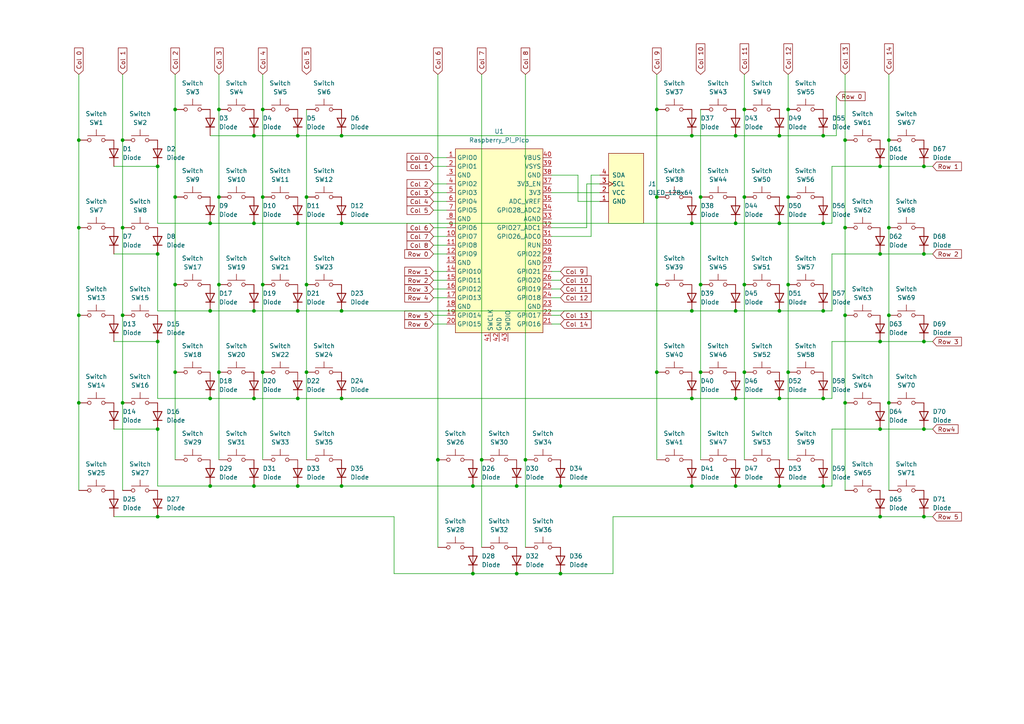
<source format=kicad_sch>
(kicad_sch (version 20230121) (generator eeschema)
  (paper "A4")
  (junction (at 190.5 82.55))
  (junction (at 238.76 90.17))
  (junction (at 22.86 40.64))
  (junction (at 215.9 57.15))
  (junction (at 149.86 166.37))
  (junction (at 50.8 107.95))
  (junction (at 245.11 40.64))
  (junction (at 190.5 31.75))
  (junction (at 63.5 82.55))
  (junction (at 200.66 39.37))
  (junction (at 226.06 115.57))
  (junction (at 22.86 116.84))
  (junction (at 200.66 115.57))
  (junction (at 88.9 107.95))
  (junction (at 215.9 107.95))
  (junction (at 200.66 90.17))
  (junction (at 76.2 82.55))
  (junction (at 213.36 64.77))
  (junction (at 203.2 107.95))
  (junction (at 73.66 64.77))
  (junction (at 226.06 39.37))
  (junction (at 60.96 115.57))
  (junction (at 86.36 64.77))
  (junction (at 245.11 66.04))
  (junction (at 257.81 66.04))
  (junction (at 45.72 48.26))
  (junction (at 200.66 140.97))
  (junction (at 267.97 73.66))
  (junction (at 99.06 140.97))
  (junction (at 86.36 140.97))
  (junction (at 190.5 57.15))
  (junction (at 99.06 39.37))
  (junction (at 22.86 66.04))
  (junction (at 213.36 90.17))
  (junction (at 60.96 140.97))
  (junction (at 255.27 73.66))
  (junction (at 267.97 124.46))
  (junction (at 50.8 82.55))
  (junction (at 76.2 31.75))
  (junction (at 226.06 90.17))
  (junction (at 162.56 166.37))
  (junction (at 228.6 57.15))
  (junction (at 162.56 140.97))
  (junction (at 76.2 107.95))
  (junction (at 50.8 57.15))
  (junction (at 149.86 140.97))
  (junction (at 35.56 66.04))
  (junction (at 60.96 64.77))
  (junction (at 86.36 39.37))
  (junction (at 215.9 31.75))
  (junction (at 73.66 115.57))
  (junction (at 88.9 57.15))
  (junction (at 63.5 31.75))
  (junction (at 152.4 133.35))
  (junction (at 238.76 39.37))
  (junction (at 203.2 57.15))
  (junction (at 255.27 124.46))
  (junction (at 35.56 40.64))
  (junction (at 228.6 31.75))
  (junction (at 226.06 140.97))
  (junction (at 228.6 107.95))
  (junction (at 245.11 91.44))
  (junction (at 238.76 140.97))
  (junction (at 73.66 90.17))
  (junction (at 203.2 82.55))
  (junction (at 76.2 57.15))
  (junction (at 99.06 115.57))
  (junction (at 213.36 140.97))
  (junction (at 73.66 140.97))
  (junction (at 257.81 116.84))
  (junction (at 35.56 116.84))
  (junction (at 255.27 99.06))
  (junction (at 45.72 99.06))
  (junction (at 63.5 107.95))
  (junction (at 238.76 115.57))
  (junction (at 60.96 90.17))
  (junction (at 35.56 91.44))
  (junction (at 45.72 149.86))
  (junction (at 228.6 82.55))
  (junction (at 63.5 57.15))
  (junction (at 267.97 149.86))
  (junction (at 99.06 90.17))
  (junction (at 73.66 39.37))
  (junction (at 139.7 133.35))
  (junction (at 137.16 140.97))
  (junction (at 238.76 64.77))
  (junction (at 99.06 64.77))
  (junction (at 22.86 91.44))
  (junction (at 137.16 166.37))
  (junction (at 127 133.35))
  (junction (at 88.9 82.55))
  (junction (at 86.36 90.17))
  (junction (at 50.8 31.75))
  (junction (at 45.72 124.46))
  (junction (at 255.27 149.86))
  (junction (at 45.72 73.66))
  (junction (at 200.66 64.77))
  (junction (at 213.36 39.37))
  (junction (at 190.5 107.95))
  (junction (at 245.11 116.84))
  (junction (at 86.36 115.57))
  (junction (at 213.36 115.57))
  (junction (at 215.9 82.55))
  (junction (at 257.81 40.64))
  (junction (at 255.27 48.26))
  (junction (at 267.97 48.26))
  (junction (at 257.81 91.44))
  (junction (at 267.97 99.06))
  (junction (at 226.06 64.77))
  (wire (pts (xy 114.3 149.86) (xy 114.3 166.37)))
  (wire (pts (xy 88.9 107.95) (xy 88.9 133.35)))
  (wire (pts (xy 76.2 107.95) (xy 76.2 133.35)))
  (wire (pts (xy 226.06 64.77) (xy 238.76 64.77)))
  (wire (pts (xy 149.86 166.37) (xy 162.56 166.37)))
  (wire (pts (xy 160.02 91.44) (xy 162.56 91.44)))
  (wire (pts (xy 203.2 82.55) (xy 203.2 107.95)))
  (wire (pts (xy 190.5 82.55) (xy 190.5 107.95)))
  (wire (pts (xy 76.2 82.55) (xy 76.2 107.95)))
  (wire (pts (xy 45.72 149.86) (xy 114.3 149.86)))
  (wire (pts (xy 45.72 99.06) (xy 45.72 115.57)))
  (wire (pts (xy 238.76 140.97) (xy 241.3 140.97)))
  (wire (pts (xy 241.3 124.46) (xy 255.27 124.46)))
  (wire (pts (xy 245.11 116.84) (xy 245.11 142.24)))
  (wire (pts (xy 238.76 90.17) (xy 241.3 90.17)))
  (wire (pts (xy 86.36 64.77) (xy 99.06 64.77)))
  (wire (pts (xy 213.36 90.17) (xy 226.06 90.17)))
  (wire (pts (xy 35.56 116.84) (xy 35.56 142.24)))
  (wire (pts (xy 76.2 57.15) (xy 76.2 82.55)))
  (wire (pts (xy 125.73 55.88) (xy 129.54 55.88)))
  (wire (pts (xy 63.5 82.55) (xy 63.5 107.95)))
  (wire (pts (xy 215.9 31.75) (xy 215.9 57.15)))
  (wire (pts (xy 50.8 31.75) (xy 50.8 57.15)))
  (wire (pts (xy 22.86 21.59) (xy 22.86 40.64)))
  (wire (pts (xy 86.36 39.37) (xy 99.06 39.37)))
  (wire (pts (xy 114.3 166.37) (xy 137.16 166.37)))
  (wire (pts (xy 267.97 73.66) (xy 270.51 73.66)))
  (wire (pts (xy 99.06 115.57) (xy 200.66 115.57)))
  (wire (pts (xy 45.72 73.66) (xy 45.72 90.17)))
  (wire (pts (xy 60.96 90.17) (xy 73.66 90.17)))
  (wire (pts (xy 228.6 57.15) (xy 228.6 82.55)))
  (wire (pts (xy 160.02 50.8) (xy 167.64 50.8)))
  (wire (pts (xy 99.06 64.77) (xy 200.66 64.77)))
  (wire (pts (xy 255.27 99.06) (xy 267.97 99.06)))
  (wire (pts (xy 241.3 99.06) (xy 255.27 99.06)))
  (wire (pts (xy 35.56 91.44) (xy 35.56 116.84)))
  (wire (pts (xy 33.02 73.66) (xy 45.72 73.66)))
  (wire (pts (xy 22.86 66.04) (xy 22.86 91.44)))
  (wire (pts (xy 200.66 90.17) (xy 213.36 90.17)))
  (wire (pts (xy 190.5 21.59) (xy 190.5 31.75)))
  (wire (pts (xy 125.73 93.98) (xy 129.54 93.98)))
  (wire (pts (xy 255.27 48.26) (xy 267.97 48.26)))
  (wire (pts (xy 160.02 78.74) (xy 162.56 78.74)))
  (wire (pts (xy 160.02 81.28) (xy 162.56 81.28)))
  (wire (pts (xy 35.56 21.59) (xy 35.56 40.64)))
  (wire (pts (xy 171.45 50.8) (xy 173.99 50.8)))
  (wire (pts (xy 139.7 133.35) (xy 139.7 158.75)))
  (wire (pts (xy 88.9 31.75) (xy 88.9 57.15)))
  (wire (pts (xy 190.5 31.75) (xy 190.5 57.15)))
  (wire (pts (xy 127 133.35) (xy 127 158.75)))
  (wire (pts (xy 99.06 39.37) (xy 200.66 39.37)))
  (wire (pts (xy 33.02 149.86) (xy 45.72 149.86)))
  (wire (pts (xy 88.9 57.15) (xy 88.9 82.55)))
  (wire (pts (xy 200.66 39.37) (xy 213.36 39.37)))
  (wire (pts (xy 137.16 140.97) (xy 149.86 140.97)))
  (wire (pts (xy 73.66 115.57) (xy 86.36 115.57)))
  (wire (pts (xy 255.27 149.86) (xy 267.97 149.86)))
  (wire (pts (xy 73.66 90.17) (xy 86.36 90.17)))
  (wire (pts (xy 160.02 68.58) (xy 171.45 68.58)))
  (wire (pts (xy 241.3 48.26) (xy 255.27 48.26)))
  (wire (pts (xy 125.73 58.42) (xy 129.54 58.42)))
  (wire (pts (xy 238.76 64.77) (xy 241.3 64.77)))
  (wire (pts (xy 125.73 60.96) (xy 129.54 60.96)))
  (wire (pts (xy 50.8 57.15) (xy 50.8 82.55)))
  (wire (pts (xy 190.5 107.95) (xy 190.5 133.35)))
  (wire (pts (xy 213.36 115.57) (xy 226.06 115.57)))
  (wire (pts (xy 245.11 21.59) (xy 245.11 40.64)))
  (wire (pts (xy 162.56 166.37) (xy 177.8 166.37)))
  (wire (pts (xy 245.11 66.04) (xy 245.11 91.44)))
  (wire (pts (xy 60.96 115.57) (xy 73.66 115.57)))
  (wire (pts (xy 86.36 115.57) (xy 99.06 115.57)))
  (wire (pts (xy 257.81 91.44) (xy 257.81 116.84)))
  (wire (pts (xy 125.73 81.28) (xy 129.54 81.28)))
  (wire (pts (xy 63.5 107.95) (xy 63.5 133.35)))
  (wire (pts (xy 267.97 149.86) (xy 270.51 149.86)))
  (wire (pts (xy 22.86 91.44) (xy 22.86 116.84)))
  (wire (pts (xy 125.73 83.82) (xy 129.54 83.82)))
  (wire (pts (xy 215.9 107.95) (xy 215.9 133.35)))
  (wire (pts (xy 213.36 140.97) (xy 226.06 140.97)))
  (wire (pts (xy 245.11 40.64) (xy 245.11 66.04)))
  (wire (pts (xy 125.73 71.12) (xy 129.54 71.12)))
  (wire (pts (xy 213.36 39.37) (xy 226.06 39.37)))
  (wire (pts (xy 241.3 115.57) (xy 241.3 99.06)))
  (wire (pts (xy 88.9 82.55) (xy 88.9 107.95)))
  (wire (pts (xy 60.96 64.77) (xy 73.66 64.77)))
  (wire (pts (xy 149.86 140.97) (xy 162.56 140.97)))
  (wire (pts (xy 245.11 91.44) (xy 245.11 116.84)))
  (wire (pts (xy 45.72 48.26) (xy 45.72 64.77)))
  (wire (pts (xy 160.02 83.82) (xy 162.56 83.82)))
  (wire (pts (xy 86.36 90.17) (xy 99.06 90.17)))
  (wire (pts (xy 125.73 91.44) (xy 129.54 91.44)))
  (wire (pts (xy 125.73 73.66) (xy 129.54 73.66)))
  (wire (pts (xy 160.02 86.36) (xy 162.56 86.36)))
  (wire (pts (xy 241.3 90.17) (xy 241.3 73.66)))
  (wire (pts (xy 213.36 64.77) (xy 226.06 64.77)))
  (wire (pts (xy 238.76 39.37) (xy 242.57 39.37)))
  (wire (pts (xy 241.3 73.66) (xy 255.27 73.66)))
  (wire (pts (xy 228.6 31.75) (xy 228.6 57.15)))
  (wire (pts (xy 76.2 21.59) (xy 76.2 31.75)))
  (wire (pts (xy 226.06 140.97) (xy 238.76 140.97)))
  (wire (pts (xy 267.97 48.26) (xy 270.51 48.26)))
  (wire (pts (xy 99.06 90.17) (xy 200.66 90.17)))
  (wire (pts (xy 162.56 140.97) (xy 200.66 140.97)))
  (wire (pts (xy 200.66 140.97) (xy 213.36 140.97)))
  (wire (pts (xy 50.8 107.95) (xy 50.8 133.35)))
  (wire (pts (xy 228.6 82.55) (xy 228.6 107.95)))
  (wire (pts (xy 200.66 115.57) (xy 213.36 115.57)))
  (wire (pts (xy 22.86 40.64) (xy 22.86 66.04)))
  (wire (pts (xy 257.81 40.64) (xy 257.81 66.04)))
  (wire (pts (xy 228.6 21.59) (xy 228.6 31.75)))
  (wire (pts (xy 22.86 116.84) (xy 22.86 142.24)))
  (wire (pts (xy 35.56 66.04) (xy 35.56 91.44)))
  (wire (pts (xy 60.96 140.97) (xy 73.66 140.97)))
  (wire (pts (xy 50.8 82.55) (xy 50.8 107.95)))
  (wire (pts (xy 242.57 39.37) (xy 242.57 27.94)))
  (wire (pts (xy 73.66 39.37) (xy 86.36 39.37)))
  (wire (pts (xy 152.4 21.59) (xy 152.4 133.35)))
  (wire (pts (xy 170.18 53.34) (xy 170.18 66.04)))
  (wire (pts (xy 33.02 48.26) (xy 45.72 48.26)))
  (wire (pts (xy 267.97 99.06) (xy 270.51 99.06)))
  (wire (pts (xy 203.2 107.95) (xy 203.2 133.35)))
  (wire (pts (xy 177.8 166.37) (xy 177.8 149.86)))
  (wire (pts (xy 45.72 90.17) (xy 60.96 90.17)))
  (wire (pts (xy 267.97 124.46) (xy 270.51 124.46)))
  (wire (pts (xy 45.72 140.97) (xy 60.96 140.97)))
  (wire (pts (xy 190.5 57.15) (xy 190.5 82.55)))
  (wire (pts (xy 125.73 78.74) (xy 129.54 78.74)))
  (wire (pts (xy 228.6 107.95) (xy 228.6 133.35)))
  (wire (pts (xy 241.3 64.77) (xy 241.3 48.26)))
  (wire (pts (xy 63.5 21.59) (xy 63.5 31.75)))
  (wire (pts (xy 127 21.59) (xy 127 133.35)))
  (wire (pts (xy 167.64 50.8) (xy 167.64 58.42)))
  (wire (pts (xy 152.4 133.35) (xy 152.4 158.75)))
  (wire (pts (xy 60.96 39.37) (xy 73.66 39.37)))
  (wire (pts (xy 45.72 115.57) (xy 60.96 115.57)))
  (wire (pts (xy 33.02 99.06) (xy 45.72 99.06)))
  (wire (pts (xy 125.73 45.72) (xy 129.54 45.72)))
  (wire (pts (xy 160.02 93.98) (xy 162.56 93.98)))
  (wire (pts (xy 160.02 55.88) (xy 173.99 55.88)))
  (wire (pts (xy 177.8 149.86) (xy 255.27 149.86)))
  (wire (pts (xy 73.66 140.97) (xy 86.36 140.97)))
  (wire (pts (xy 125.73 86.36) (xy 129.54 86.36)))
  (wire (pts (xy 125.73 66.04) (xy 129.54 66.04)))
  (wire (pts (xy 86.36 140.97) (xy 99.06 140.97)))
  (wire (pts (xy 167.64 58.42) (xy 173.99 58.42)))
  (wire (pts (xy 226.06 39.37) (xy 238.76 39.37)))
  (wire (pts (xy 215.9 82.55) (xy 215.9 107.95)))
  (wire (pts (xy 125.73 53.34) (xy 129.54 53.34)))
  (wire (pts (xy 241.3 140.97) (xy 241.3 124.46)))
  (wire (pts (xy 257.81 21.59) (xy 257.81 40.64)))
  (wire (pts (xy 73.66 64.77) (xy 86.36 64.77)))
  (wire (pts (xy 35.56 40.64) (xy 35.56 66.04)))
  (wire (pts (xy 226.06 90.17) (xy 238.76 90.17)))
  (wire (pts (xy 125.73 68.58) (xy 129.54 68.58)))
  (wire (pts (xy 255.27 124.46) (xy 267.97 124.46)))
  (wire (pts (xy 99.06 140.97) (xy 137.16 140.97)))
  (wire (pts (xy 257.81 116.84) (xy 257.81 142.24)))
  (wire (pts (xy 238.76 115.57) (xy 241.3 115.57)))
  (wire (pts (xy 137.16 166.37) (xy 149.86 166.37)))
  (wire (pts (xy 45.72 64.77) (xy 60.96 64.77)))
  (wire (pts (xy 45.72 124.46) (xy 45.72 140.97)))
  (wire (pts (xy 63.5 57.15) (xy 63.5 82.55)))
  (wire (pts (xy 200.66 64.77) (xy 213.36 64.77)))
  (wire (pts (xy 171.45 68.58) (xy 171.45 50.8)))
  (wire (pts (xy 215.9 21.59) (xy 215.9 31.75)))
  (wire (pts (xy 226.06 115.57) (xy 238.76 115.57)))
  (wire (pts (xy 203.2 57.15) (xy 203.2 82.55)))
  (wire (pts (xy 203.2 31.75) (xy 203.2 57.15)))
  (wire (pts (xy 125.73 48.26) (xy 129.54 48.26)))
  (wire (pts (xy 63.5 31.75) (xy 63.5 57.15)))
  (wire (pts (xy 255.27 73.66) (xy 267.97 73.66)))
  (wire (pts (xy 215.9 57.15) (xy 215.9 82.55)))
  (wire (pts (xy 257.81 66.04) (xy 257.81 91.44)))
  (wire (pts (xy 173.99 53.34) (xy 170.18 53.34)))
  (wire (pts (xy 50.8 21.59) (xy 50.8 31.75)))
  (wire (pts (xy 160.02 66.04) (xy 170.18 66.04)))
  (wire (pts (xy 139.7 21.59) (xy 139.7 133.35)))
  (wire (pts (xy 33.02 124.46) (xy 45.72 124.46)))
  (wire (pts (xy 76.2 31.75) (xy 76.2 57.15)))
  (global_label "Col 3" (shape input) (at 125.73 55.88 180) (property "Intersheetrefs" "${INTERSHEET_REFS}" (effects hide)))
  (global_label "Col 2" (shape input) (at 50.8 21.59 90) (property "Intersheetrefs" "${INTERSHEET_REFS}" (effects hide)))
  (global_label "Col 12" (shape input) (at 162.56 86.36 0) (property "Intersheetrefs" "${INTERSHEET_REFS}" (effects hide)))
  (global_label "Col 13" (shape input) (at 245.11 21.59 90) (property "Intersheetrefs" "${INTERSHEET_REFS}" (effects hide)))
  (global_label "Col 7" (shape input) (at 139.7 21.59 90) (property "Intersheetrefs" "${INTERSHEET_REFS}" (effects hide)))
  (global_label "Col 14" (shape input) (at 257.81 21.59 90) (property "Intersheetrefs" "${INTERSHEET_REFS}" (effects hide)))
  (global_label "Col 11" (shape input) (at 215.9 21.59 90) (property "Intersheetrefs" "${INTERSHEET_REFS}" (effects hide)))
  (global_label "Row 0" (shape input) (at 242.57 27.94 0) (property "Intersheetrefs" "${INTERSHEET_REFS}" (effects hide)))
  (global_label "Col 1" (shape input) (at 35.56 21.59 90) (property "Intersheetrefs" "${INTERSHEET_REFS}" (effects hide)))
  (global_label "Col 10" (shape input) (at 203.2 21.59 90) (property "Intersheetrefs" "${INTERSHEET_REFS}" (effects hide)))
  (global_label "Row 0" (shape input) (at 125.73 73.66 180) (property "Intersheetrefs" "${INTERSHEET_REFS}" (effects hide)))
  (global_label "Col 9" (shape input) (at 162.56 78.74 0) (property "Intersheetrefs" "${INTERSHEET_REFS}" (effects hide)))
  (global_label "Col 3" (shape input) (at 63.5 21.59 90) (property "Intersheetrefs" "${INTERSHEET_REFS}" (effects hide)))
  (global_label "Row 3" (shape input) (at 270.51 99.06 0) (property "Intersheetrefs" "${INTERSHEET_REFS}" (effects hide)))
  (global_label "Col 2" (shape input) (at 125.73 53.34 180) (property "Intersheetrefs" "${INTERSHEET_REFS}" (effects hide)))
  (global_label "Col 12" (shape input) (at 228.6 21.59 90) (property "Intersheetrefs" "${INTERSHEET_REFS}" (effects hide)))
  (global_label "Col 9" (shape input) (at 190.5 21.59 90) (property "Intersheetrefs" "${INTERSHEET_REFS}" (effects hide)))
  (global_label "Row 1" (shape input) (at 125.73 78.74 180) (property "Intersheetrefs" "${INTERSHEET_REFS}" (effects hide)))
  (global_label "Col 5" (shape input) (at 88.9 21.59 90) (property "Intersheetrefs" "${INTERSHEET_REFS}" (effects hide)))
  (global_label "Col 8" (shape input) (at 125.73 71.12 180) (property "Intersheetrefs" "${INTERSHEET_REFS}" (effects hide)))
  (global_label "Row 6" (shape input) (at 125.73 93.98 180) (property "Intersheetrefs" "${INTERSHEET_REFS}" (effects hide)))
  (global_label "Col 6" (shape input) (at 125.73 66.04 180) (property "Intersheetrefs" "${INTERSHEET_REFS}" (effects hide)))
  (global_label "Row 2" (shape input) (at 270.51 73.66 0) (property "Intersheetrefs" "${INTERSHEET_REFS}" (effects hide)))
  (global_label "Row 5" (shape input) (at 125.73 91.44 180) (property "Intersheetrefs" "${INTERSHEET_REFS}" (effects hide)))
  (global_label "Col 10" (shape input) (at 162.56 81.28 0) (property "Intersheetrefs" "${INTERSHEET_REFS}" (effects hide)))
  (global_label "Row 4" (shape input) (at 125.73 86.36 180) (property "Intersheetrefs" "${INTERSHEET_REFS}" (effects hide)))
  (global_label "Col 6" (shape input) (at 127 21.59 90) (property "Intersheetrefs" "${INTERSHEET_REFS}" (effects hide)))
  (global_label "Col 4" (shape input) (at 76.2 21.59 90) (property "Intersheetrefs" "${INTERSHEET_REFS}" (effects hide)))
  (global_label "Col 1" (shape input) (at 125.73 48.26 180) (property "Intersheetrefs" "${INTERSHEET_REFS}" (effects hide)))
  (global_label "Col 13" (shape input) (at 162.56 91.44 0) (property "Intersheetrefs" "${INTERSHEET_REFS}" (effects hide)))
  (global_label "Col 8" (shape input) (at 152.4 21.59 90) (property "Intersheetrefs" "${INTERSHEET_REFS}" (effects hide)))
  (global_label "Row 3" (shape input) (at 125.73 83.82 180) (property "Intersheetrefs" "${INTERSHEET_REFS}" (effects hide)))
  (global_label "Col 5" (shape input) (at 125.73 60.96 180) (property "Intersheetrefs" "${INTERSHEET_REFS}" (effects hide)))
  (global_label "Row 1" (shape input) (at 270.51 48.26 0) (property "Intersheetrefs" "${INTERSHEET_REFS}" (effects hide)))
  (global_label "Col 7" (shape input) (at 125.73 68.58 180) (property "Intersheetrefs" "${INTERSHEET_REFS}" (effects hide)))
  (global_label "Col 14" (shape input) (at 162.56 93.98 0) (property "Intersheetrefs" "${INTERSHEET_REFS}" (effects hide)))
  (global_label "Row 2" (shape input) (at 125.73 81.28 180) (property "Intersheetrefs" "${INTERSHEET_REFS}" (effects hide)))
  (global_label "Row4" (shape input) (at 270.51 124.46 0) (property "Intersheetrefs" "${INTERSHEET_REFS}" (effects hide)))
  (global_label "Col 0" (shape input) (at 22.86 21.59 90) (property "Intersheetrefs" "${INTERSHEET_REFS}" (effects hide)))
  (global_label "Row 5" (shape input) (at 270.51 149.86 0) (property "Intersheetrefs" "${INTERSHEET_REFS}" (effects hide)))
  (global_label "Col 4" (shape input) (at 125.73 58.42 180) (property "Intersheetrefs" "${INTERSHEET_REFS}" (effects hide)))
  (global_label "Col 0" (shape input) (at 125.73 45.72 180) (property "Intersheetrefs" "${INTERSHEET_REFS}" (effects hide)))
  (global_label "Col 11" (shape input) (at 162.56 83.82 0) (property "Intersheetrefs" "${INTERSHEET_REFS}" (effects hide)))
  (symbol (lib_id "ScottoKeebs:Placeholder_Diode") (at 267.97 146.05 90) (unit 1)
    (property "Reference" "D71" (at 270.51 144.78 90) (effects (justify right)))
    (property "Value" "Diode" (at 270.51 147.32 90) (effects (justify right)))
    (property "Footprint" "ScottoKeebs_Components:Diode_DO-35" (effects hide))
    (property "Sim.Device" "D" (effects hide))
    (property "Sim.Pins" "1=K 2=A" (effects hide))
  )
  (symbol (lib_id "ScottoKeebs:Placeholder_Switch") (at 55.88 107.95 0) (unit 1)
    (property "Reference" "SW18" (at 55.88 102.87 0))
    (property "Value" "Switch" (at 55.88 100.33 0))
    (property "Footprint" "ScottoKeebs_MX:MX_PCB_1.00u" (effects hide))
  )
  (symbol (lib_id "ScottoKeebs:Placeholder_Switch") (at 93.98 31.75 0) (unit 1)
    (property "Reference" "SW6" (at 93.98 26.67 0))
    (property "Value" "Switch" (at 93.98 24.13 0))
    (property "Footprint" "ScottoKeebs_MX:MX_PCB_1.00u" (effects hide))
  )
  (symbol (lib_id "ScottoKeebs:Placeholder_Diode") (at 137.16 162.56 90) (unit 1)
    (property "Reference" "D28" (at 139.7 161.29 90) (effects (justify right)))
    (property "Value" "Diode" (at 139.7 163.83 90) (effects (justify right)))
    (property "Footprint" "ScottoKeebs_Components:Diode_DO-35" (effects hide))
    (property "Sim.Device" "D" (effects hide))
    (property "Sim.Pins" "1=K 2=A" (effects hide))
  )
  (symbol (lib_id "ScottoKeebs:Placeholder_Diode") (at 226.06 60.96 90) (unit 1)
    (property "Reference" "D50" (at 228.6 59.69 90) (effects (justify right)))
    (property "Value" "Diode" (at 228.6 62.23 90) (effects (justify right)))
    (property "Footprint" "ScottoKeebs_Components:Diode_DO-35" (effects hide))
    (property "Sim.Device" "D" (effects hide))
    (property "Sim.Pins" "1=K 2=A" (effects hide))
  )
  (symbol (lib_id "ScottoKeebs:Placeholder_Switch") (at 233.68 133.35 0) (unit 1)
    (property "Reference" "SW59" (at 233.68 128.27 0))
    (property "Value" "Switch" (at 233.68 125.73 0))
    (property "Footprint" "ScottoKeebs_MX:MX_PCB_1.00u" (effects hide))
  )
  (symbol (lib_id "ScottoKeebs:Placeholder_Diode") (at 45.72 120.65 90) (unit 1)
    (property "Reference" "D16" (at 48.26 119.38 90) (effects (justify right)))
    (property "Value" "Diode" (at 48.26 121.92 90) (effects (justify right)))
    (property "Footprint" "ScottoKeebs_Components:Diode_DO-35" (effects hide))
    (property "Sim.Device" "D" (effects hide))
    (property "Sim.Pins" "1=K 2=A" (effects hide))
  )
  (symbol (lib_id "ScottoKeebs:Placeholder_Switch") (at 250.19 91.44 0) (unit 1)
    (property "Reference" "SW63" (at 250.19 86.36 0))
    (property "Value" "Switch" (at 250.19 83.82 0))
    (property "Footprint" "ScottoKeebs_MX:MX_PCB_1.00u" (effects hide))
  )
  (symbol (lib_id "ScottoKeebs:Placeholder_Switch") (at 81.28 82.55 0) (unit 1)
    (property "Reference" "SW21" (at 81.28 77.47 0))
    (property "Value" "Switch" (at 81.28 74.93 0))
    (property "Footprint" "ScottoKeebs_MX:MX_PCB_1.00u" (effects hide))
  )
  (symbol (lib_id "ScottoKeebs:Placeholder_Diode") (at 60.96 137.16 90) (unit 1)
    (property "Reference" "D29" (at 63.5 135.89 90) (effects (justify right)))
    (property "Value" "Diode" (at 63.5 138.43 90) (effects (justify right)))
    (property "Footprint" "ScottoKeebs_Components:Diode_DO-35" (effects hide))
    (property "Sim.Device" "D" (effects hide))
    (property "Sim.Pins" "1=K 2=A" (effects hide))
  )
  (symbol (lib_id "ScottoKeebs:Placeholder_Switch") (at 233.68 82.55 0) (unit 1)
    (property "Reference" "SW57" (at 233.68 77.47 0))
    (property "Value" "Switch" (at 233.68 74.93 0))
    (property "Footprint" "ScottoKeebs_MX:MX_PCB_1.00u" (effects hide))
  )
  (symbol (lib_id "ScottoKeebs:Placeholder_Switch") (at 27.94 142.24 0) (unit 1)
    (property "Reference" "SW25" (at 27.94 137.16 0))
    (property "Value" "Switch" (at 27.94 134.62 0))
    (property "Footprint" "ScottoKeebs_MX:MX_PCB_1.00u" (effects hide))
  )
  (symbol (lib_id "ScottoKeebs:Placeholder_Switch") (at 27.94 91.44 0) (unit 1)
    (property "Reference" "SW13" (at 27.94 86.36 0))
    (property "Value" "Switch" (at 27.94 83.82 0))
    (property "Footprint" "ScottoKeebs_MX:MX_PCB_1.00u" (effects hide))
  )
  (symbol (lib_id "ScottoKeebs:Placeholder_Diode") (at 45.72 44.45 90) (unit 1)
    (property "Reference" "D2" (at 48.26 43.18 90) (effects (justify right)))
    (property "Value" "Diode" (at 48.26 45.72 90) (effects (justify right)))
    (property "Footprint" "ScottoKeebs_Components:Diode_DO-35" (effects hide))
    (property "Sim.Device" "D" (effects hide))
    (property "Sim.Pins" "1=K 2=A" (effects hide))
  )
  (symbol (lib_id "ScottoKeebs:Placeholder_Switch") (at 157.48 158.75 0) (unit 1)
    (property "Reference" "SW36" (at 157.48 153.67 0))
    (property "Value" "Switch" (at 157.48 151.13 0))
    (property "Footprint" "ScottoKeebs_MX:MX_PCB_1.00u" (effects hide))
  )
  (symbol (lib_id "ScottoKeebs:Placeholder_Diode") (at 45.72 95.25 90) (unit 1)
    (property "Reference" "D15" (at 48.26 93.98 90) (effects (justify right)))
    (property "Value" "Diode" (at 48.26 96.52 90) (effects (justify right)))
    (property "Footprint" "ScottoKeebs_Components:Diode_DO-35" (effects hide))
    (property "Sim.Device" "D" (effects hide))
    (property "Sim.Pins" "1=K 2=A" (effects hide))
  )
  (symbol (lib_id "ScottoKeebs:Placeholder_Diode") (at 200.66 35.56 90) (unit 1)
    (property "Reference" "D37" (at 203.2 34.29 90) (effects (justify right)))
    (property "Value" "Diode" (at 203.2 36.83 90) (effects (justify right)))
    (property "Footprint" "ScottoKeebs_Components:Diode_DO-35" (effects hide))
    (property "Sim.Device" "D" (effects hide))
    (property "Sim.Pins" "1=K 2=A" (effects hide))
  )
  (symbol (lib_id "ScottoKeebs:Placeholder_Switch") (at 68.58 107.95 0) (unit 1)
    (property "Reference" "SW20" (at 68.58 102.87 0))
    (property "Value" "Switch" (at 68.58 100.33 0))
    (property "Footprint" "ScottoKeebs_MX:MX_PCB_1.00u" (effects hide))
  )
  (symbol (lib_id "ScottoKeebs:Placeholder_Diode") (at 255.27 146.05 90) (unit 1)
    (property "Reference" "D65" (at 257.81 144.78 90) (effects (justify right)))
    (property "Value" "Diode" (at 257.81 147.32 90) (effects (justify right)))
    (property "Footprint" "ScottoKeebs_Components:Diode_DO-35" (effects hide))
    (property "Sim.Device" "D" (effects hide))
    (property "Sim.Pins" "1=K 2=A" (effects hide))
  )
  (symbol (lib_id "ScottoKeebs:Placeholder_Diode") (at 86.36 86.36 90) (unit 1)
    (property "Reference" "D21" (at 88.9 85.09 90) (effects (justify right)))
    (property "Value" "Diode" (at 88.9 87.63 90) (effects (justify right)))
    (property "Footprint" "ScottoKeebs_Components:Diode_DO-35" (effects hide))
    (property "Sim.Device" "D" (effects hide))
    (property "Sim.Pins" "1=K 2=A" (effects hide))
  )
  (symbol (lib_id "ScottoKeebs:Placeholder_Diode") (at 213.36 137.16 90) (unit 1)
    (property "Reference" "D47" (at 215.9 135.89 90) (effects (justify right)))
    (property "Value" "Diode" (at 215.9 138.43 90) (effects (justify right)))
    (property "Footprint" "ScottoKeebs_Components:Diode_DO-35" (effects hide))
    (property "Sim.Device" "D" (effects hide))
    (property "Sim.Pins" "1=K 2=A" (effects hide))
  )
  (symbol (lib_id "ScottoKeebs:Placeholder_Switch") (at 40.64 116.84 0) (unit 1)
    (property "Reference" "SW16" (at 40.64 111.76 0))
    (property "Value" "Switch" (at 40.64 109.22 0))
    (property "Footprint" "ScottoKeebs_MX:MX_PCB_1.00u" (effects hide))
  )
  (symbol (lib_id "ScottoKeebs:Placeholder_Diode") (at 226.06 137.16 90) (unit 1)
    (property "Reference" "D53" (at 228.6 135.89 90) (effects (justify right)))
    (property "Value" "Diode" (at 228.6 138.43 90) (effects (justify right)))
    (property "Footprint" "ScottoKeebs_Components:Diode_DO-35" (effects hide))
    (property "Sim.Device" "D" (effects hide))
    (property "Sim.Pins" "1=K 2=A" (effects hide))
  )
  (symbol (lib_id "ScottoKeebs:Placeholder_Diode") (at 137.16 137.16 90) (unit 1)
    (property "Reference" "D26" (at 139.7 135.89 90) (effects (justify right)))
    (property "Value" "Diode" (at 139.7 138.43 90) (effects (justify right)))
    (property "Footprint" "ScottoKeebs_Components:Diode_DO-35" (effects hide))
    (property "Sim.Device" "D" (effects hide))
    (property "Sim.Pins" "1=K 2=A" (effects hide))
  )
  (symbol (lib_id "ScottoKeebs:Placeholder_Diode") (at 149.86 137.16 90) (unit 1)
    (property "Reference" "D30" (at 152.4 135.89 90) (effects (justify right)))
    (property "Value" "Diode" (at 152.4 138.43 90) (effects (justify right)))
    (property "Footprint" "ScottoKeebs_Components:Diode_DO-35" (effects hide))
    (property "Sim.Device" "D" (effects hide))
    (property "Sim.Pins" "1=K 2=A" (effects hide))
  )
  (symbol (lib_id "ScottoKeebs:Placeholder_Switch") (at 40.64 91.44 0) (unit 1)
    (property "Reference" "SW15" (at 40.64 86.36 0))
    (property "Value" "Switch" (at 40.64 83.82 0))
    (property "Footprint" "ScottoKeebs_MX:MX_PCB_1.00u" (effects hide))
  )
  (symbol (lib_id "ScottoKeebs:Placeholder_Switch") (at 220.98 82.55 0) (unit 1)
    (property "Reference" "SW51" (at 220.98 77.47 0))
    (property "Value" "Switch" (at 220.98 74.93 0))
    (property "Footprint" "ScottoKeebs_MX:MX_PCB_1.00u" (effects hide))
  )
  (symbol (lib_id "ScottoKeebs:Placeholder_Diode") (at 200.66 137.16 90) (unit 1)
    (property "Reference" "D41" (at 203.2 135.89 90) (effects (justify right)))
    (property "Value" "Diode" (at 203.2 138.43 90) (effects (justify right)))
    (property "Footprint" "ScottoKeebs_Components:Diode_DO-35" (effects hide))
    (property "Sim.Device" "D" (effects hide))
    (property "Sim.Pins" "1=K 2=A" (effects hide))
  )
  (symbol (lib_id "ScottoKeebs:Placeholder_Switch") (at 55.88 82.55 0) (unit 1)
    (property "Reference" "SW17" (at 55.88 77.47 0))
    (property "Value" "Switch" (at 55.88 74.93 0))
    (property "Footprint" "ScottoKeebs_MX:MX_PCB_1.00u" (effects hide))
  )
  (symbol (lib_id "ScottoKeebs:Placeholder_Switch") (at 208.28 57.15 0) (unit 1)
    (property "Reference" "SW44" (at 208.28 52.07 0))
    (property "Value" "Switch" (at 208.28 49.53 0))
    (property "Footprint" "ScottoKeebs_MX:MX_PCB_1.00u" (effects hide))
  )
  (symbol (lib_id "ScottoKeebs:Placeholder_Switch") (at 81.28 133.35 0) (unit 1)
    (property "Reference" "SW33" (at 81.28 128.27 0))
    (property "Value" "Switch" (at 81.28 125.73 0))
    (property "Footprint" "ScottoKeebs_MX:MX_PCB_1.00u" (effects hide))
  )
  (symbol (lib_id "ScottoKeebs:Placeholder_Diode") (at 60.96 111.76 90) (unit 1)
    (property "Reference" "D18" (at 63.5 110.49 90) (effects (justify right)))
    (property "Value" "Diode" (at 63.5 113.03 90) (effects (justify right)))
    (property "Footprint" "ScottoKeebs_Components:Diode_DO-35" (effects hide))
    (property "Sim.Device" "D" (effects hide))
    (property "Sim.Pins" "1=K 2=A" (effects hide))
  )
  (symbol (lib_id "ScottoKeebs:Placeholder_Switch") (at 195.58 133.35 0) (unit 1)
    (property "Reference" "SW41" (at 195.58 128.27 0))
    (property "Value" "Switch" (at 195.58 125.73 0))
    (property "Footprint" "ScottoKeebs_MX:MX_PCB_1.00u" (effects hide))
  )
  (symbol (lib_id "ScottoKeebs:Placeholder_Switch") (at 132.08 133.35 0) (unit 1)
    (property "Reference" "SW26" (at 132.08 128.27 0))
    (property "Value" "Switch" (at 132.08 125.73 0))
    (property "Footprint" "ScottoKeebs_MX:MX_PCB_1.00u" (effects hide))
  )
  (symbol (lib_id "ScottoKeebs:Placeholder_Switch") (at 93.98 82.55 0) (unit 1)
    (property "Reference" "SW23" (at 93.98 77.47 0))
    (property "Value" "Switch" (at 93.98 74.93 0))
    (property "Footprint" "ScottoKeebs_MX:MX_PCB_1.00u" (effects hide))
  )
  (symbol (lib_id "ScottoKeebs:Placeholder_Diode") (at 238.76 35.56 90) (unit 1)
    (property "Reference" "D55" (at 241.3 34.29 90) (effects (justify right)))
    (property "Value" "Diode" (at 241.3 36.83 90) (effects (justify right)))
    (property "Footprint" "ScottoKeebs_Components:Diode_DO-35" (effects hide))
    (property "Sim.Device" "D" (effects hide))
    (property "Sim.Pins" "1=K 2=A" (effects hide))
  )
  (symbol (lib_id "ScottoKeebs:Placeholder_Diode") (at 267.97 69.85 90) (unit 1)
    (property "Reference" "D68" (at 270.51 68.58 90) (effects (justify right)))
    (property "Value" "Diode" (at 270.51 71.12 90) (effects (justify right)))
    (property "Footprint" "ScottoKeebs_Components:Diode_DO-35" (effects hide))
    (property "Sim.Device" "D" (effects hide))
    (property "Sim.Pins" "1=K 2=A" (effects hide))
  )
  (symbol (lib_id "ScottoKeebs:Placeholder_Diode") (at 86.36 111.76 90) (unit 1)
    (property "Reference" "D22" (at 88.9 110.49 90) (effects (justify right)))
    (property "Value" "Diode" (at 88.9 113.03 90) (effects (justify right)))
    (property "Footprint" "ScottoKeebs_Components:Diode_DO-35" (effects hide))
    (property "Sim.Device" "D" (effects hide))
    (property "Sim.Pins" "1=K 2=A" (effects hide))
  )
  (symbol (lib_id "ScottoKeebs:Placeholder_Diode") (at 255.27 44.45 90) (unit 1)
    (property "Reference" "D61" (at 257.81 43.18 90) (effects (justify right)))
    (property "Value" "Diode" (at 257.81 45.72 90) (effects (justify right)))
    (property "Footprint" "ScottoKeebs_Components:Diode_DO-35" (effects hide))
    (property "Sim.Device" "D" (effects hide))
    (property "Sim.Pins" "1=K 2=A" (effects hide))
  )
  (symbol (lib_id "ScottoKeebs:Placeholder_Diode") (at 73.66 137.16 90) (unit 1)
    (property "Reference" "D31" (at 76.2 135.89 90) (effects (justify right)))
    (property "Value" "Diode" (at 76.2 138.43 90) (effects (justify right)))
    (property "Footprint" "ScottoKeebs_Components:Diode_DO-35" (effects hide))
    (property "Sim.Device" "D" (effects hide))
    (property "Sim.Pins" "1=K 2=A" (effects hide))
  )
  (symbol (lib_id "ScottoKeebs:Placeholder_Diode") (at 33.02 69.85 90) (unit 1)
    (property "Reference" "D7" (at 35.56 68.58 90) (effects (justify right)))
    (property "Value" "Diode" (at 35.56 71.12 90) (effects (justify right)))
    (property "Footprint" "ScottoKeebs_Components:Diode_DO-35" (effects hide))
    (property "Sim.Device" "D" (effects hide))
    (property "Sim.Pins" "1=K 2=A" (effects hide))
  )
  (symbol (lib_id "ScottoKeebs:Placeholder_Diode") (at 255.27 120.65 90) (unit 1)
    (property "Reference" "D64" (at 257.81 119.38 90) (effects (justify right)))
    (property "Value" "Diode" (at 257.81 121.92 90) (effects (justify right)))
    (property "Footprint" "ScottoKeebs_Components:Diode_DO-35" (effects hide))
    (property "Sim.Device" "D" (effects hide))
    (property "Sim.Pins" "1=K 2=A" (effects hide))
  )
  (symbol (lib_id "ScottoKeebs:Placeholder_Diode") (at 73.66 111.76 90) (unit 1)
    (property "Reference" "D20" (at 76.2 110.49 90) (effects (justify right)))
    (property "Value" "Diode" (at 76.2 113.03 90) (effects (justify right)))
    (property "Footprint" "ScottoKeebs_Components:Diode_DO-35" (effects hide))
    (property "Sim.Device" "D" (effects hide))
    (property "Sim.Pins" "1=K 2=A" (effects hide))
  )
  (symbol (lib_id "ScottoKeebs:Placeholder_Switch") (at 68.58 82.55 0) (unit 1)
    (property "Reference" "SW19" (at 68.58 77.47 0))
    (property "Value" "Switch" (at 68.58 74.93 0))
    (property "Footprint" "ScottoKeebs_MX:MX_PCB_1.00u" (effects hide))
  )
  (symbol (lib_id "ScottoKeebs:Placeholder_Switch") (at 55.88 57.15 0) (unit 1)
    (property "Reference" "SW9" (at 55.88 52.07 0))
    (property "Value" "Switch" (at 55.88 49.53 0))
    (property "Footprint" "ScottoKeebs_MX:MX_PCB_1.00u" (effects hide))
  )
  (symbol (lib_id "ScottoKeebs:Placeholder_Switch") (at 208.28 107.95 0) (unit 1)
    (property "Reference" "SW46" (at 208.28 102.87 0))
    (property "Value" "Switch" (at 208.28 100.33 0))
    (property "Footprint" "ScottoKeebs_MX:MX_PCB_1.00u" (effects hide))
  )
  (symbol (lib_id "ScottoKeebs:Placeholder_Diode") (at 267.97 120.65 90) (unit 1)
    (property "Reference" "D70" (at 270.51 119.38 90) (effects (justify right)))
    (property "Value" "Diode" (at 270.51 121.92 90) (effects (justify right)))
    (property "Footprint" "ScottoKeebs_Components:Diode_DO-35" (effects hide))
    (property "Sim.Device" "D" (effects hide))
    (property "Sim.Pins" "1=K 2=A" (effects hide))
  )
  (symbol (lib_id "ScottoKeebs:Placeholder_Diode") (at 60.96 35.56 90) (unit 1)
    (property "Reference" "D3" (at 63.5 34.29 90) (effects (justify right)))
    (property "Value" "Diode" (at 63.5 36.83 90) (effects (justify right)))
    (property "Footprint" "ScottoKeebs_Components:Diode_DO-35" (effects hide))
    (property "Sim.Device" "D" (effects hide))
    (property "Sim.Pins" "1=K 2=A" (effects hide))
  )
  (symbol (lib_id "ScottoKeebs:Placeholder_Switch") (at 233.68 57.15 0) (unit 1)
    (property "Reference" "SW56" (at 233.68 52.07 0))
    (property "Value" "Switch" (at 233.68 49.53 0))
    (property "Footprint" "ScottoKeebs_MX:MX_PCB_1.00u" (effects hide))
  )
  (symbol (lib_id "ScottoKeebs:Placeholder_Diode") (at 226.06 86.36 90) (unit 1)
    (property "Reference" "D51" (at 228.6 85.09 90) (effects (justify right)))
    (property "Value" "Diode" (at 228.6 87.63 90) (effects (justify right)))
    (property "Footprint" "ScottoKeebs_Components:Diode_DO-35" (effects hide))
    (property "Sim.Device" "D" (effects hide))
    (property "Sim.Pins" "1=K 2=A" (effects hide))
  )
  (symbol (lib_id "ScottoKeebs:Placeholder_Switch") (at 250.19 40.64 0) (unit 1)
    (property "Reference" "SW61" (at 250.19 35.56 0))
    (property "Value" "Switch" (at 250.19 33.02 0))
    (property "Footprint" "ScottoKeebs_MX:MX_PCB_1.00u" (effects hide))
  )
  (symbol (lib_id "ScottoKeebs:Placeholder_Switch") (at 195.58 107.95 0) (unit 1)
    (property "Reference" "SW40" (at 195.58 102.87 0))
    (property "Value" "Switch" (at 195.58 100.33 0))
    (property "Footprint" "ScottoKeebs_MX:MX_PCB_1.00u" (effects hide))
  )
  (symbol (lib_id "ScottoKeebs:Placeholder_Switch") (at 40.64 40.64 0) (unit 1)
    (property "Reference" "SW2" (at 40.64 35.56 0))
    (property "Value" "Switch" (at 40.64 33.02 0))
    (property "Footprint" "ScottoKeebs_MX:MX_PCB_1.00u" (effects hide))
  )
  (symbol (lib_id "ScottoKeebs:OLED_128x64") (at 176.53 54.61 90) (unit 1)
    (property "Reference" "J1" (at 187.96 53.34 90) (effects (justify right)))
    (property "Value" "OLED_128x64" (at 187.96 55.88 90) (effects (justify right)))
    (property "Footprint" "ScottoKeebs_Components:OLED_128x64" (effects hide))
  )
  (symbol (lib_id "ScottoKeebs:Placeholder_Diode") (at 33.02 95.25 90) (unit 1)
    (property "Reference" "D13" (at 35.56 93.98 90) (effects (justify right)))
    (property "Value" "Diode" (at 35.56 96.52 90) (effects (justify right)))
    (property "Footprint" "ScottoKeebs_Components:Diode_DO-35" (effects hide))
    (property "Sim.Device" "D" (effects hide))
    (property "Sim.Pins" "1=K 2=A" (effects hide))
  )
  (symbol (lib_id "ScottoKeebs:Placeholder_Switch") (at 195.58 82.55 0) (unit 1)
    (property "Reference" "SW39" (at 195.58 77.47 0))
    (property "Value" "Switch" (at 195.58 74.93 0))
    (property "Footprint" "ScottoKeebs_MX:MX_PCB_1.00u" (effects hide))
  )
  (symbol (lib_id "ScottoKeebs:Placeholder_Diode") (at 73.66 35.56 90) (unit 1)
    (property "Reference" "D4" (at 76.2 34.29 90) (effects (justify right)))
    (property "Value" "Diode" (at 76.2 36.83 90) (effects (justify right)))
    (property "Footprint" "ScottoKeebs_Components:Diode_DO-35" (effects hide))
    (property "Sim.Device" "D" (effects hide))
    (property "Sim.Pins" "1=K 2=A" (effects hide))
  )
  (symbol (lib_id "ScottoKeebs:Placeholder_Switch") (at 68.58 57.15 0) (unit 1)
    (property "Reference" "SW10" (at 68.58 52.07 0))
    (property "Value" "Switch" (at 68.58 49.53 0))
    (property "Footprint" "ScottoKeebs_MX:MX_PCB_1.00u" (effects hide))
  )
  (symbol (lib_id "ScottoKeebs:Placeholder_Diode") (at 200.66 86.36 90) (unit 1)
    (property "Reference" "D39" (at 203.2 85.09 90) (effects (justify right)))
    (property "Value" "Diode" (at 203.2 87.63 90) (effects (justify right)))
    (property "Footprint" "ScottoKeebs_Components:Diode_DO-35" (effects hide))
    (property "Sim.Device" "D" (effects hide))
    (property "Sim.Pins" "1=K 2=A" (effects hide))
  )
  (symbol (lib_id "ScottoKeebs:Placeholder_Switch") (at 157.48 133.35 0) (unit 1)
    (property "Reference" "SW34" (at 157.48 128.27 0))
    (property "Value" "Switch" (at 157.48 125.73 0))
    (property "Footprint" "ScottoKeebs_MX:MX_PCB_1.00u" (effects hide))
  )
  (symbol (lib_id "ScottoKeebs:Placeholder_Diode") (at 213.36 60.96 90) (unit 1)
    (property "Reference" "D44" (at 215.9 59.69 90) (effects (justify right)))
    (property "Value" "Diode" (at 215.9 62.23 90) (effects (justify right)))
    (property "Footprint" "ScottoKeebs_Components:Diode_DO-35" (effects hide))
    (property "Sim.Device" "D" (effects hide))
    (property "Sim.Pins" "1=K 2=A" (effects hide))
  )
  (symbol (lib_id "ScottoKeebs:Placeholder_Switch") (at 220.98 57.15 0) (unit 1)
    (property "Reference" "SW50" (at 220.98 52.07 0))
    (property "Value" "Switch" (at 220.98 49.53 0))
    (property "Footprint" "ScottoKeebs_MX:MX_PCB_1.00u" (effects hide))
  )
  (symbol (lib_id "ScottoKeebs:Placeholder_Switch") (at 262.89 66.04 0) (unit 1)
    (property "Reference" "SW68" (at 262.89 60.96 0))
    (property "Value" "Switch" (at 262.89 58.42 0))
    (property "Footprint" "ScottoKeebs_MX:MX_PCB_1.00u" (effects hide))
  )
  (symbol (lib_id "ScottoKeebs:Placeholder_Switch") (at 250.19 66.04 0) (unit 1)
    (property "Reference" "SW62" (at 250.19 60.96 0))
    (property "Value" "Switch" (at 250.19 58.42 0))
    (property "Footprint" "ScottoKeebs_MX:MX_PCB_1.00u" (effects hide))
  )
  (symbol (lib_id "ScottoKeebs:Placeholder_Diode") (at 33.02 146.05 90) (unit 1)
    (property "Reference" "D25" (at 35.56 144.78 90) (effects (justify right)))
    (property "Value" "Diode" (at 35.56 147.32 90) (effects (justify right)))
    (property "Footprint" "ScottoKeebs_Components:Diode_DO-35" (effects hide))
    (property "Sim.Device" "D" (effects hide))
    (property "Sim.Pins" "1=K 2=A" (effects hide))
  )
  (symbol (lib_id "ScottoKeebs:Placeholder_Diode") (at 149.86 162.56 90) (unit 1)
    (property "Reference" "D32" (at 152.4 161.29 90) (effects (justify right)))
    (property "Value" "Diode" (at 152.4 163.83 90) (effects (justify right)))
    (property "Footprint" "ScottoKeebs_Components:Diode_DO-35" (effects hide))
    (property "Sim.Device" "D" (effects hide))
    (property "Sim.Pins" "1=K 2=A" (effects hide))
  )
  (symbol (lib_id "ScottoKeebs:Placeholder_Diode") (at 267.97 95.25 90) (unit 1)
    (property "Reference" "D69" (at 270.51 93.98 90) (effects (justify right)))
    (property "Value" "Diode" (at 270.51 96.52 90) (effects (justify right)))
    (property "Footprint" "ScottoKeebs_Components:Diode_DO-35" (effects hide))
    (property "Sim.Device" "D" (effects hide))
    (property "Sim.Pins" "1=K 2=A" (effects hide))
  )
  (symbol (lib_id "ScottoKeebs:Placeholder_Diode") (at 255.27 95.25 90) (unit 1)
    (property "Reference" "D63" (at 257.81 93.98 90) (effects (justify right)))
    (property "Value" "Diode" (at 257.81 96.52 90) (effects (justify right)))
    (property "Footprint" "ScottoKeebs_Components:Diode_DO-35" (effects hide))
    (property "Sim.Device" "D" (effects hide))
    (property "Sim.Pins" "1=K 2=A" (effects hide))
  )
  (symbol (lib_id "ScottoKeebs:Placeholder_Switch") (at 195.58 31.75 0) (unit 1)
    (property "Reference" "SW37" (at 195.58 26.67 0))
    (property "Value" "Switch" (at 195.58 24.13 0))
    (property "Footprint" "ScottoKeebs_MX:MX_PCB_1.00u" (effects hide))
  )
  (symbol (lib_id "ScottoKeebs:Placeholder_Switch") (at 195.58 57.15 0) (unit 1)
    (property "Reference" "SW38" (at 195.58 52.07 0))
    (property "Value" "Switch" (at 195.58 49.53 0))
    (property "Footprint" "ScottoKeebs_MX:MX_PCB_1.00u" (effects hide))
  )
  (symbol (lib_id "ScottoKeebs:Placeholder_Diode") (at 86.36 137.16 90) (unit 1)
    (property "Reference" "D33" (at 88.9 135.89 90) (effects (justify right)))
    (property "Value" "Diode" (at 88.9 138.43 90) (effects (justify right)))
    (property "Footprint" "ScottoKeebs_Components:Diode_DO-35" (effects hide))
    (property "Sim.Device" "D" (effects hide))
    (property "Sim.Pins" "1=K 2=A" (effects hide))
  )
  (symbol (lib_id "ScottoKeebs:Placeholder_Diode") (at 255.27 69.85 90) (unit 1)
    (property "Reference" "D62" (at 257.81 68.58 90) (effects (justify right)))
    (property "Value" "Diode" (at 257.81 71.12 90) (effects (justify right)))
    (property "Footprint" "ScottoKeebs_Components:Diode_DO-35" (effects hide))
    (property "Sim.Device" "D" (effects hide))
    (property "Sim.Pins" "1=K 2=A" (effects hide))
  )
  (symbol (lib_id "ScottoKeebs:Placeholder_Switch") (at 262.89 40.64 0) (unit 1)
    (property "Reference" "SW67" (at 262.89 35.56 0))
    (property "Value" "Switch" (at 262.89 33.02 0))
    (property "Footprint" "ScottoKeebs_MX:MX_PCB_1.00u" (effects hide))
  )
  (symbol (lib_id "ScottoKeebs:Placeholder_Switch") (at 233.68 31.75 0) (unit 1)
    (property "Reference" "SW55" (at 233.68 26.67 0))
    (property "Value" "Switch" (at 233.68 24.13 0))
    (property "Footprint" "ScottoKeebs_MX:MX_PCB_1.00u" (effects hide))
  )
  (symbol (lib_id "ScottoKeebs:Placeholder_Diode") (at 99.06 111.76 90) (unit 1)
    (property "Reference" "D24" (at 101.6 110.49 90) (effects (justify right)))
    (property "Value" "Diode" (at 101.6 113.03 90) (effects (justify right)))
    (property "Footprint" "ScottoKeebs_Components:Diode_DO-35" (effects hide))
    (property "Sim.Device" "D" (effects hide))
    (property "Sim.Pins" "1=K 2=A" (effects hide))
  )
  (symbol (lib_id "ScottoKeebs:Placeholder_Switch") (at 40.64 66.04 0) (unit 1)
    (property "Reference" "SW8" (at 40.64 60.96 0))
    (property "Value" "Switch" (at 40.64 58.42 0))
    (property "Footprint" "ScottoKeebs_MX:MX_PCB_1.00u" (effects hide))
  )
  (symbol (lib_id "ScottoKeebs:Placeholder_Switch") (at 68.58 133.35 0) (unit 1)
    (property "Reference" "SW31" (at 68.58 128.27 0))
    (property "Value" "Switch" (at 68.58 125.73 0))
    (property "Footprint" "ScottoKeebs_MX:MX_PCB_1.00u" (effects hide))
  )
  (symbol (lib_id "ScottoKeebs:Placeholder_Diode") (at 60.96 86.36 90) (unit 1)
    (property "Reference" "D17" (at 63.5 85.09 90) (effects (justify right)))
    (property "Value" "Diode" (at 63.5 87.63 90) (effects (justify right)))
    (property "Footprint" "ScottoKeebs_Components:Diode_DO-35" (effects hide))
    (property "Sim.Device" "D" (effects hide))
    (property "Sim.Pins" "1=K 2=A" (effects hide))
  )
  (symbol (lib_id "ScottoKeebs:Placeholder_Switch") (at 208.28 133.35 0) (unit 1)
    (property "Reference" "SW47" (at 208.28 128.27 0))
    (property "Value" "Switch" (at 208.28 125.73 0))
    (property "Footprint" "ScottoKeebs_MX:MX_PCB_1.00u" (effects hide))
  )
  (symbol (lib_id "ScottoKeebs:Placeholder_Switch") (at 144.78 158.75 0) (unit 1)
    (property "Reference" "SW32" (at 144.78 153.67 0))
    (property "Value" "Switch" (at 144.78 151.13 0))
    (property "Footprint" "ScottoKeebs_MX:MX_PCB_1.00u" (effects hide))
  )
  (symbol (lib_id "ScottoKeebs:Placeholder_Switch") (at 81.28 31.75 0) (unit 1)
    (property "Reference" "SW5" (at 81.28 26.67 0))
    (property "Value" "Switch" (at 81.28 24.13 0))
    (property "Footprint" "ScottoKeebs_MX:MX_PCB_1.00u" (effects hide))
  )
  (symbol (lib_id "ScottoKeebs:Placeholder_Switch") (at 250.19 116.84 0) (unit 1)
    (property "Reference" "SW64" (at 250.19 111.76 0))
    (property "Value" "Switch" (at 250.19 109.22 0))
    (property "Footprint" "ScottoKeebs_MX:MX_PCB_1.00u" (effects hide))
  )
  (symbol (lib_id "ScottoKeebs:Placeholder_Diode") (at 238.76 60.96 90) (unit 1)
    (property "Reference" "D56" (at 241.3 59.69 90) (effects (justify right)))
    (property "Value" "Diode" (at 241.3 62.23 90) (effects (justify right)))
    (property "Footprint" "ScottoKeebs_Components:Diode_DO-35" (effects hide))
    (property "Sim.Device" "D" (effects hide))
    (property "Sim.Pins" "1=K 2=A" (effects hide))
  )
  (symbol (lib_id "ScottoKeebs:MCU_Raspberry_Pi_Pico") (at 144.78 69.85 0) (unit 1)
    (property "Reference" "U1" (at 144.78 38.1 0))
    (property "Value" "Raspberry_Pi_Pico" (at 144.78 40.64 0))
    (property "Footprint" "ScottoKeebs_MCU:Raspberry_Pi_Pico" (effects hide))
  )
  (symbol (lib_id "ScottoKeebs:Placeholder_Diode") (at 238.76 86.36 90) (unit 1)
    (property "Reference" "D57" (at 241.3 85.09 90) (effects (justify right)))
    (property "Value" "Diode" (at 241.3 87.63 90) (effects (justify right)))
    (property "Footprint" "ScottoKeebs_Components:Diode_DO-35" (effects hide))
    (property "Sim.Device" "D" (effects hide))
    (property "Sim.Pins" "1=K 2=A" (effects hide))
  )
  (symbol (lib_id "ScottoKeebs:Placeholder_Switch") (at 93.98 57.15 0) (unit 1)
    (property "Reference" "SW12" (at 93.98 52.07 0))
    (property "Value" "Switch" (at 93.98 49.53 0))
    (property "Footprint" "ScottoKeebs_MX:MX_PCB_1.00u" (effects hide))
  )
  (symbol (lib_id "ScottoKeebs:Placeholder_Switch") (at 262.89 91.44 0) (unit 1)
    (property "Reference" "SW69" (at 262.89 86.36 0))
    (property "Value" "Switch" (at 262.89 83.82 0))
    (property "Footprint" "ScottoKeebs_MX:MX_PCB_1.00u" (effects hide))
  )
  (symbol (lib_id "ScottoKeebs:Placeholder_Switch") (at 27.94 116.84 0) (unit 1)
    (property "Reference" "SW14" (at 27.94 111.76 0))
    (property "Value" "Switch" (at 27.94 109.22 0))
    (property "Footprint" "ScottoKeebs_MX:MX_PCB_1.00u" (effects hide))
  )
  (symbol (lib_id "ScottoKeebs:Placeholder_Diode") (at 73.66 86.36 90) (unit 1)
    (property "Reference" "D19" (at 76.2 85.09 90) (effects (justify right)))
    (property "Value" "Diode" (at 76.2 87.63 90) (effects (justify right)))
    (property "Footprint" "ScottoKeebs_Components:Diode_DO-35" (effects hide))
    (property "Sim.Device" "D" (effects hide))
    (property "Sim.Pins" "1=K 2=A" (effects hide))
  )
  (symbol (lib_id "ScottoKeebs:Placeholder_Switch") (at 68.58 31.75 0) (unit 1)
    (property "Reference" "SW4" (at 68.58 26.67 0))
    (property "Value" "Switch" (at 68.58 24.13 0))
    (property "Footprint" "ScottoKeebs_MX:MX_PCB_1.00u" (effects hide))
  )
  (symbol (lib_id "ScottoKeebs:Placeholder_Diode") (at 45.72 146.05 90) (unit 1)
    (property "Reference" "D27" (at 48.26 144.78 90) (effects (justify right)))
    (property "Value" "Diode" (at 48.26 147.32 90) (effects (justify right)))
    (property "Footprint" "ScottoKeebs_Components:Diode_DO-35" (effects hide))
    (property "Sim.Device" "D" (effects hide))
    (property "Sim.Pins" "1=K 2=A" (effects hide))
  )
  (symbol (lib_id "ScottoKeebs:Placeholder_Diode") (at 267.97 44.45 90) (unit 1)
    (property "Reference" "D67" (at 270.51 43.18 90) (effects (justify right)))
    (property "Value" "Diode" (at 270.51 45.72 90) (effects (justify right)))
    (property "Footprint" "ScottoKeebs_Components:Diode_DO-35" (effects hide))
    (property "Sim.Device" "D" (effects hide))
    (property "Sim.Pins" "1=K 2=A" (effects hide))
  )
  (symbol (lib_id "ScottoKeebs:Placeholder_Diode") (at 238.76 111.76 90) (unit 1)
    (property "Reference" "D58" (at 241.3 110.49 90) (effects (justify right)))
    (property "Value" "Diode" (at 241.3 113.03 90) (effects (justify right)))
    (property "Footprint" "ScottoKeebs_Components:Diode_DO-35" (effects hide))
    (property "Sim.Device" "D" (effects hide))
    (property "Sim.Pins" "1=K 2=A" (effects hide))
  )
  (symbol (lib_id "ScottoKeebs:Placeholder_Diode") (at 200.66 60.96 90) (unit 1)
    (property "Reference" "D38" (at 203.2 59.69 90) (effects (justify right)))
    (property "Value" "Diode" (at 203.2 62.23 90) (effects (justify right)))
    (property "Footprint" "ScottoKeebs_Components:Diode_DO-35" (effects hide))
    (property "Sim.Device" "D" (effects hide))
    (property "Sim.Pins" "1=K 2=A" (effects hide))
  )
  (symbol (lib_id "ScottoKeebs:Placeholder_Diode") (at 99.06 35.56 90) (unit 1)
    (property "Reference" "D6" (at 101.6 34.29 90) (effects (justify right)))
    (property "Value" "Diode" (at 101.6 36.83 90) (effects (justify right)))
    (property "Footprint" "ScottoKeebs_Components:Diode_DO-35" (effects hide))
    (property "Sim.Device" "D" (effects hide))
    (property "Sim.Pins" "1=K 2=A" (effects hide))
  )
  (symbol (lib_id "ScottoKeebs:Placeholder_Switch") (at 27.94 66.04 0) (unit 1)
    (property "Reference" "SW7" (at 27.94 60.96 0))
    (property "Value" "Switch" (at 27.94 58.42 0))
    (property "Footprint" "ScottoKeebs_MX:MX_PCB_1.00u" (effects hide))
  )
  (symbol (lib_id "ScottoKeebs:Placeholder_Diode") (at 86.36 60.96 90) (unit 1)
    (property "Reference" "D11" (at 88.9 59.69 90) (effects (justify right)))
    (property "Value" "Diode" (at 88.9 62.23 90) (effects (justify right)))
    (property "Footprint" "ScottoKeebs_Components:Diode_DO-35" (effects hide))
    (property "Sim.Device" "D" (effects hide))
    (property "Sim.Pins" "1=K 2=A" (effects hide))
  )
  (symbol (lib_id "ScottoKeebs:Placeholder_Diode") (at 213.36 35.56 90) (unit 1)
    (property "Reference" "D43" (at 215.9 34.29 90) (effects (justify right)))
    (property "Value" "Diode" (at 215.9 36.83 90) (effects (justify right)))
    (property "Footprint" "ScottoKeebs_Components:Diode_DO-35" (effects hide))
    (property "Sim.Device" "D" (effects hide))
    (property "Sim.Pins" "1=K 2=A" (effects hide))
  )
  (symbol (lib_id "ScottoKeebs:Placeholder_Switch") (at 262.89 142.24 0) (unit 1)
    (property "Reference" "SW71" (at 262.89 137.16 0))
    (property "Value" "Switch" (at 262.89 134.62 0))
    (property "Footprint" "ScottoKeebs_MX:MX_PCB_1.00u" (effects hide))
  )
  (symbol (lib_id "ScottoKeebs:Placeholder_Switch") (at 93.98 133.35 0) (unit 1)
    (property "Reference" "SW35" (at 93.98 128.27 0))
    (property "Value" "Switch" (at 93.98 125.73 0))
    (property "Footprint" "ScottoKeebs_MX:MX_PCB_1.00u" (effects hide))
  )
  (symbol (lib_id "ScottoKeebs:Placeholder_Switch") (at 81.28 57.15 0) (unit 1)
    (property "Reference" "SW11" (at 81.28 52.07 0))
    (property "Value" "Switch" (at 81.28 49.53 0))
    (property "Footprint" "ScottoKeebs_MX:MX_PCB_1.00u" (effects hide))
  )
  (symbol (lib_id "ScottoKeebs:Placeholder_Diode") (at 213.36 111.76 90) (unit 1)
    (property "Reference" "D46" (at 215.9 110.49 90) (effects (justify right)))
    (property "Value" "Diode" (at 215.9 113.03 90) (effects (justify right)))
    (property "Footprint" "ScottoKeebs_Components:Diode_DO-35" (effects hide))
    (property "Sim.Device" "D" (effects hide))
    (property "Sim.Pins" "1=K 2=A" (effects hide))
  )
  (symbol (lib_id "ScottoKeebs:Placeholder_Diode") (at 238.76 137.16 90) (unit 1)
    (property "Reference" "D59" (at 241.3 135.89 90) (effects (justify right)))
    (property "Value" "Diode" (at 241.3 138.43 90) (effects (justify right)))
    (property "Footprint" "ScottoKeebs_Components:Diode_DO-35" (effects hide))
    (property "Sim.Device" "D" (effects hide))
    (property "Sim.Pins" "1=K 2=A" (effects hide))
  )
  (symbol (lib_id "ScottoKeebs:Placeholder_Diode") (at 33.02 120.65 90) (unit 1)
    (property "Reference" "D14" (at 35.56 119.38 90) (effects (justify right)))
    (property "Value" "Diode" (at 35.56 121.92 90) (effects (justify right)))
    (property "Footprint" "ScottoKeebs_Components:Diode_DO-35" (effects hide))
    (property "Sim.Device" "D" (effects hide))
    (property "Sim.Pins" "1=K 2=A" (effects hide))
  )
  (symbol (lib_id "ScottoKeebs:Placeholder_Diode") (at 200.66 111.76 90) (unit 1)
    (property "Reference" "D40" (at 203.2 110.49 90) (effects (justify right)))
    (property "Value" "Diode" (at 203.2 113.03 90) (effects (justify right)))
    (property "Footprint" "ScottoKeebs_Components:Diode_DO-35" (effects hide))
    (property "Sim.Device" "D" (effects hide))
    (property "Sim.Pins" "1=K 2=A" (effects hide))
  )
  (symbol (lib_id "ScottoKeebs:Placeholder_Switch") (at 40.64 142.24 0) (unit 1)
    (property "Reference" "SW27" (at 40.64 137.16 0))
    (property "Value" "Switch" (at 40.64 134.62 0))
    (property "Footprint" "ScottoKeebs_MX:MX_PCB_1.00u" (effects hide))
  )
  (symbol (lib_id "ScottoKeebs:Placeholder_Diode") (at 226.06 35.56 90) (unit 1)
    (property "Reference" "D49" (at 228.6 34.29 90) (effects (justify right)))
    (property "Value" "Diode" (at 228.6 36.83 90) (effects (justify right)))
    (property "Footprint" "ScottoKeebs_Components:Diode_DO-35" (effects hide))
    (property "Sim.Device" "D" (effects hide))
    (property "Sim.Pins" "1=K 2=A" (effects hide))
  )
  (symbol (lib_id "ScottoKeebs:Placeholder_Switch") (at 81.28 107.95 0) (unit 1)
    (property "Reference" "SW22" (at 81.28 102.87 0))
    (property "Value" "Switch" (at 81.28 100.33 0))
    (property "Footprint" "ScottoKeebs_MX:MX_PCB_1.00u" (effects hide))
  )
  (symbol (lib_id "ScottoKeebs:Placeholder_Switch") (at 220.98 107.95 0) (unit 1)
    (property "Reference" "SW52" (at 220.98 102.87 0))
    (property "Value" "Switch" (at 220.98 100.33 0))
    (property "Footprint" "ScottoKeebs_MX:MX_PCB_1.00u" (effects hide))
  )
  (symbol (lib_id "ScottoKeebs:Placeholder_Diode") (at 162.56 162.56 90) (unit 1)
    (property "Reference" "D36" (at 165.1 161.29 90) (effects (justify right)))
    (property "Value" "Diode" (at 165.1 163.83 90) (effects (justify right)))
    (property "Footprint" "ScottoKeebs_Components:Diode_DO-35" (effects hide))
    (property "Sim.Device" "D" (effects hide))
    (property "Sim.Pins" "1=K 2=A" (effects hide))
  )
  (symbol (lib_id "ScottoKeebs:Placeholder_Diode") (at 73.66 60.96 90) (unit 1)
    (property "Reference" "D10" (at 76.2 59.69 90) (effects (justify right)))
    (property "Value" "Diode" (at 76.2 62.23 90) (effects (justify right)))
    (property "Footprint" "ScottoKeebs_Components:Diode_DO-35" (effects hide))
    (property "Sim.Device" "D" (effects hide))
    (property "Sim.Pins" "1=K 2=A" (effects hide))
  )
  (symbol (lib_id "ScottoKeebs:Placeholder_Switch") (at 220.98 133.35 0) (unit 1)
    (property "Reference" "SW53" (at 220.98 128.27 0))
    (property "Value" "Switch" (at 220.98 125.73 0))
    (property "Footprint" "ScottoKeebs_MX:MX_PCB_1.00u" (effects hide))
  )
  (symbol (lib_id "ScottoKeebs:Placeholder_Switch") (at 55.88 133.35 0) (unit 1)
    (property "Reference" "SW29" (at 55.88 128.27 0))
    (property "Value" "Switch" (at 55.88 125.73 0))
    (property "Footprint" "ScottoKeebs_MX:MX_PCB_1.00u" (effects hide))
  )
  (symbol (lib_id "ScottoKeebs:Placeholder_Switch") (at 55.88 31.75 0) (unit 1)
    (property "Reference" "SW3" (at 55.88 26.67 0))
    (property "Value" "Switch" (at 55.88 24.13 0))
    (property "Footprint" "ScottoKeebs_MX:MX_PCB_1.00u" (effects hide))
  )
  (symbol (lib_id "ScottoKeebs:Placeholder_Diode") (at 99.06 137.16 90) (unit 1)
    (property "Reference" "D35" (at 101.6 135.89 90) (effects (justify right)))
    (property "Value" "Diode" (at 101.6 138.43 90) (effects (justify right)))
    (property "Footprint" "ScottoKeebs_Components:Diode_DO-35" (effects hide))
    (property "Sim.Device" "D" (effects hide))
    (property "Sim.Pins" "1=K 2=A" (effects hide))
  )
  (symbol (lib_id "ScottoKeebs:Placeholder_Switch") (at 132.08 158.75 0) (unit 1)
    (property "Reference" "SW28" (at 132.08 153.67 0))
    (property "Value" "Switch" (at 132.08 151.13 0))
    (property "Footprint" "ScottoKeebs_MX:MX_PCB_1.00u" (effects hide))
  )
  (symbol (lib_id "ScottoKeebs:Placeholder_Switch") (at 144.78 133.35 0) (unit 1)
    (property "Reference" "SW30" (at 144.78 128.27 0))
    (property "Value" "Switch" (at 144.78 125.73 0))
    (property "Footprint" "ScottoKeebs_MX:MX_PCB_1.00u" (effects hide))
  )
  (symbol (lib_id "ScottoKeebs:Placeholder_Switch") (at 208.28 82.55 0) (unit 1)
    (property "Reference" "SW45" (at 208.28 77.47 0))
    (property "Value" "Switch" (at 208.28 74.93 0))
    (property "Footprint" "ScottoKeebs_MX:MX_PCB_1.00u" (effects hide))
  )
  (symbol (lib_id "ScottoKeebs:Placeholder_Diode") (at 33.02 44.45 90) (unit 1)
    (property "Reference" "D1" (at 35.56 43.18 90) (effects (justify right)))
    (property "Value" "Diode" (at 35.56 45.72 90) (effects (justify right)))
    (property "Footprint" "ScottoKeebs_Components:Diode_DO-35" (effects hide))
    (property "Sim.Device" "D" (effects hide))
    (property "Sim.Pins" "1=K 2=A" (effects hide))
  )
  (symbol (lib_id "ScottoKeebs:Placeholder_Diode") (at 60.96 60.96 90) (unit 1)
    (property "Reference" "D9" (at 63.5 59.69 90) (effects (justify right)))
    (property "Value" "Diode" (at 63.5 62.23 90) (effects (justify right)))
    (property "Footprint" "ScottoKeebs_Components:Diode_DO-35" (effects hide))
    (property "Sim.Device" "D" (effects hide))
    (property "Sim.Pins" "1=K 2=A" (effects hide))
  )
  (symbol (lib_id "ScottoKeebs:Placeholder_Switch") (at 262.89 116.84 0) (unit 1)
    (property "Reference" "SW70" (at 262.89 111.76 0))
    (property "Value" "Switch" (at 262.89 109.22 0))
    (property "Footprint" "ScottoKeebs_MX:MX_PCB_1.00u" (effects hide))
  )
  (symbol (lib_id "ScottoKeebs:Placeholder_Diode") (at 226.06 111.76 90) (unit 1)
    (property "Reference" "D52" (at 228.6 110.49 90) (effects (justify right)))
    (property "Value" "Diode" (at 228.6 113.03 90) (effects (justify right)))
    (property "Footprint" "ScottoKeebs_Components:Diode_DO-35" (effects hide))
    (property "Sim.Device" "D" (effects hide))
    (property "Sim.Pins" "1=K 2=A" (effects hide))
  )
  (symbol (lib_id "ScottoKeebs:Placeholder_Diode") (at 99.06 60.96 90) (unit 1)
    (property "Reference" "D12" (at 101.6 59.69 90) (effects (justify right)))
    (property "Value" "Diode" (at 101.6 62.23 90) (effects (justify right)))
    (property "Footprint" "ScottoKeebs_Components:Diode_DO-35" (effects hide))
    (property "Sim.Device" "D" (effects hide))
    (property "Sim.Pins" "1=K 2=A" (effects hide))
  )
  (symbol (lib_id "ScottoKeebs:Placeholder_Diode") (at 162.56 137.16 90) (unit 1)
    (property "Reference" "D34" (at 165.1 135.89 90) (effects (justify right)))
    (property "Value" "Diode" (at 165.1 138.43 90) (effects (justify right)))
    (property "Footprint" "ScottoKeebs_Components:Diode_DO-35" (effects hide))
    (property "Sim.Device" "D" (effects hide))
    (property "Sim.Pins" "1=K 2=A" (effects hide))
  )
  (symbol (lib_id "ScottoKeebs:Placeholder_Switch") (at 220.98 31.75 0) (unit 1)
    (property "Reference" "SW49" (at 220.98 26.67 0))
    (property "Value" "Switch" (at 220.98 24.13 0))
    (property "Footprint" "ScottoKeebs_MX:MX_PCB_1.00u" (effects hide))
  )
  (symbol (lib_id "ScottoKeebs:Placeholder_Switch") (at 233.68 107.95 0) (unit 1)
    (property "Reference" "SW58" (at 233.68 102.87 0))
    (property "Value" "Switch" (at 233.68 100.33 0))
    (property "Footprint" "ScottoKeebs_MX:MX_PCB_1.00u" (effects hide))
  )
  (symbol (lib_id "ScottoKeebs:Placeholder_Diode") (at 213.36 86.36 90) (unit 1)
    (property "Reference" "D45" (at 215.9 85.09 90) (effects (justify right)))
    (property "Value" "Diode" (at 215.9 87.63 90) (effects (justify right)))
    (property "Footprint" "ScottoKeebs_Components:Diode_DO-35" (effects hide))
    (property "Sim.Device" "D" (effects hide))
    (property "Sim.Pins" "1=K 2=A" (effects hide))
  )
  (symbol (lib_id "ScottoKeebs:Placeholder_Diode") (at 86.36 35.56 90) (unit 1)
    (property "Reference" "D5" (at 88.9 34.29 90) (effects (justify right)))
    (property "Value" "Diode" (at 88.9 36.83 90) (effects (justify right)))
    (property "Footprint" "ScottoKeebs_Components:Diode_DO-35" (effects hide))
    (property "Sim.Device" "D" (effects hide))
    (property "Sim.Pins" "1=K 2=A" (effects hide))
  )
  (symbol (lib_id "ScottoKeebs:Placeholder_Switch") (at 250.19 142.24 0) (unit 1)
    (property "Reference" "SW65" (at 250.19 137.16 0))
    (property "Value" "Switch" (at 250.19 134.62 0))
    (property "Footprint" "ScottoKeebs_MX:MX_PCB_1.00u" (effects hide))
  )
  (symbol (lib_id "ScottoKeebs:Placeholder_Diode") (at 99.06 86.36 90) (unit 1)
    (property "Reference" "D23" (at 101.6 85.09 90) (effects (justify right)))
    (property "Value" "Diode" (at 101.6 87.63 90) (effects (justify right)))
    (property "Footprint" "ScottoKeebs_Components:Diode_DO-35" (effects hide))
    (property "Sim.Device" "D" (effects hide))
    (property "Sim.Pins" "1=K 2=A" (effects hide))
  )
  (symbol (lib_id "ScottoKeebs:Placeholder_Switch") (at 93.98 107.95 0) (unit 1)
    (property "Reference" "SW24" (at 93.98 102.87 0))
    (property "Value" "Switch" (at 93.98 100.33 0))
    (property "Footprint" "ScottoKeebs_MX:MX_PCB_1.00u" (effects hide))
  )
  (symbol (lib_id "ScottoKeebs:Placeholder_Switch") (at 208.28 31.75 0) (unit 1)
    (property "Reference" "SW43" (at 208.28 26.67 0))
    (property "Value" "Switch" (at 208.28 24.13 0))
    (property "Footprint" "ScottoKeebs_MX:MX_PCB_1.00u" (effects hide))
  )
  (symbol (lib_id "ScottoKeebs:Placeholder_Switch") (at 27.94 40.64 0) (unit 1)
    (property "Reference" "SW1" (at 27.94 35.56 0))
    (property "Value" "Switch" (at 27.94 33.02 0))
    (property "Footprint" "ScottoKeebs_MX:MX_PCB_1.00u" (effects hide))
  )
  (symbol (lib_id "ScottoKeebs:Placeholder_Diode") (at 45.72 69.85 90) (unit 1)
    (property "Reference" "D8" (at 48.26 68.58 90) (effects (justify right)))
    (property "Value" "Diode" (at 48.26 71.12 90) (effects (justify right)))
    (property "Footprint" "ScottoKeebs_Components:Diode_DO-35" (effects hide))
    (property "Sim.Device" "D" (effects hide))
    (property "Sim.Pins" "1=K 2=A" (effects hide))
  )
)
</source>
